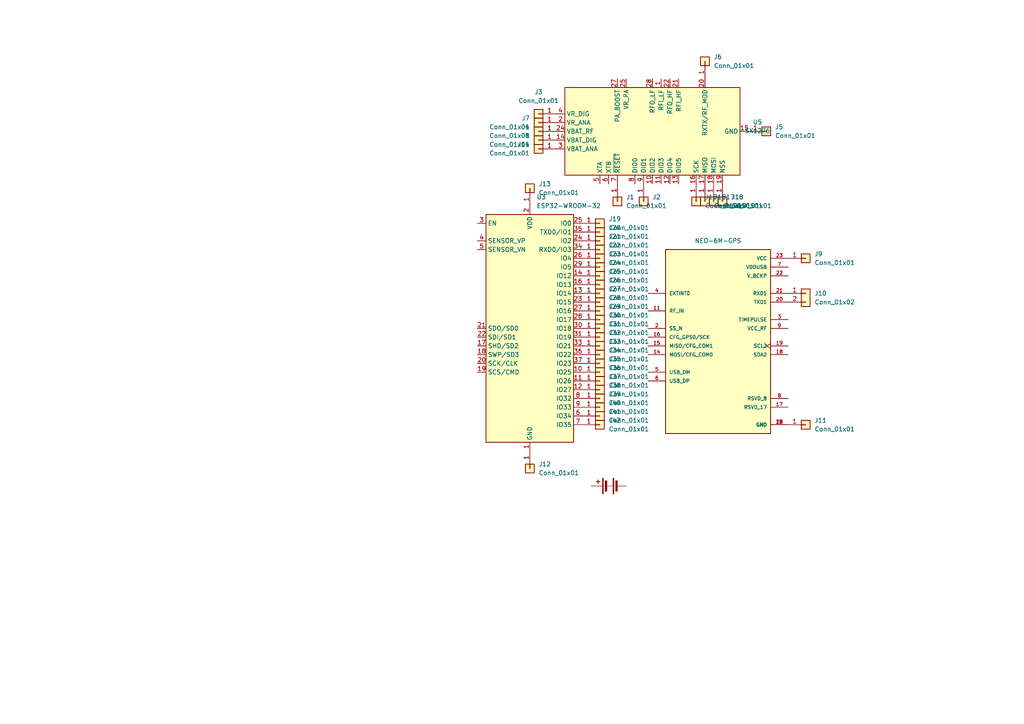
<source format=kicad_sch>
(kicad_sch (version 20230121) (generator eeschema)
  (paper "A4")
  (title_block (title "PCB de GPS"))
  (lib_symbols
    (symbol "Connector_Generic:Conn_01x01" (pin_names (offset 1.016) hide)
      (property "Reference" "J" (at 0 2.54 0))
      (property "Value" "Conn_01x01" (at 0 -2.54 0))
      (symbol "Conn_01x01_1_1"
        (rectangle (start -1.27 0.127) (end 0 -0.127) (stroke (width 0.1524)))
        (rectangle (start -1.27 1.27) (end 1.27 -1.27) (stroke (width 0.254)) (fill (type background)))
        (pin passive line (at -5.08 0 0) (length 3.81) (name "Pin_1") (number "1"))
      )
    )
    (symbol "Connector_Generic:Conn_01x02" (pin_names (offset 1.016) hide)
      (property "Reference" "J" (at 0 2.54 0))
      (property "Value" "Conn_01x02" (at 0 -5.08 0))
      (symbol "Conn_01x02_1_1"
        (rectangle (start -1.27 -2.413) (end 0 -2.667) (stroke (width 0.1524)))
        (rectangle (start -1.27 0.127) (end 0 -0.127) (stroke (width 0.1524)))
        (rectangle (start -1.27 1.27) (end 1.27 -3.81) (stroke (width 0.254)) (fill (type background)))
        (pin passive line (at -5.08 0 0) (length 3.81) (name "Pin_1") (number "1"))
        (pin passive line (at -5.08 -2.54 0) (length 3.81) (name "Pin_2") (number "2"))
      )
    )
    (symbol "Device:Battery" (pin_numbers hide) (pin_names (offset 0) hide)
      (property "Reference" "BT" (at 2.54 2.54 0))
      (property "Value" "Battery" (at 2.54 0 0))
      (symbol "Battery_0_1"
        (rectangle (start -2.286 -1.27) (end 2.286 -1.524) (fill (type outline)))
        (rectangle (start -2.286 1.778) (end 2.286 1.524) (fill (type outline)))
        (rectangle (start -1.524 -2.032) (end 1.524 -2.54) (fill (type outline)))
        (rectangle (start -1.524 1.016) (end 1.524 0.508) (fill (type outline)))
        (polyline (pts (xy 0 -1.016) (xy 0 -0.762)))
        (polyline (pts (xy 0 -0.508) (xy 0 -0.254)))
        (polyline (pts (xy 0 0) (xy 0 0.254)))
        (polyline (pts (xy 0 1.778) (xy 0 2.54)))
        (polyline (pts (xy 0.762 3.048) (xy 1.778 3.048)) (stroke (width 0.254)))
        (polyline (pts (xy 1.27 3.556) (xy 1.27 2.54)) (stroke (width 0.254)))
      )
      (symbol "Battery_1_1"
        (pin passive line (at 0 5.08 270) (length 2.54) (name "+") (number "1"))
        (pin passive line (at 0 -5.08 90) (length 2.54) (name "-") (number "2"))
      )
    )
    (symbol "NEO-6M-GPS[1]:NEO-6M-GPS" (pin_names (offset 1.016))
      (property "Reference" "U" (at -15.2439 26.0408 0))
      (property "Value" "NEO-6M-GPS" (at -15.2445 -30.4874 0))
      (symbol "NEO-6M-GPS_0_0"
        (rectangle (start -15.24 -27.94) (end 15.24 25.4) (stroke (width 0.254)) (fill (type background)))
        (pin power_in line (at 20.32 -25.4 180) (length 5.08) (name "GND") (number "10"))
        (pin input line (at -20.32 7.62 0) (length 5.08) (name "RF_IN") (number "11"))
        (pin power_in line (at 20.32 -25.4 180) (length 5.08) (name "GND") (number "12"))
        (pin power_in line (at 20.32 -25.4 180) (length 5.08) (name "GND") (number "13"))
        (pin bidirectional line (at -20.32 -5.08 0) (length 5.08) (name "MOSI/CFG_COM0") (number "14"))
        (pin input line (at -20.32 -2.54 0) (length 5.08) (name "MISO/CFG_COM1") (number "15"))
        (pin input line (at -20.32 0 0) (length 5.08) (name "CFG_GPS0/SCK") (number "16"))
        (pin passive line (at 20.32 -20.32 180) (length 5.08) (name "RSVD_17") (number "17"))
        (pin bidirectional line (at 20.32 -5.08 180) (length 5.08) (name "SDA2") (number "18"))
        (pin bidirectional clock (at 20.32 -2.54 180) (length 5.08) (name "SCL2") (number "19"))
        (pin input line (at -20.32 2.54 0) (length 5.08) (name "SS_N") (number "2"))
        (pin output line (at 20.32 10.16 180) (length 5.08) (name "TXD1") (number "20"))
        (pin input line (at 20.32 12.7 180) (length 5.08) (name "RXD1") (number "21"))
        (pin power_in line (at 20.32 17.78 180) (length 5.08) (name "V_BCKP") (number "22"))
        (pin power_in line (at 20.32 22.86 180) (length 5.08) (name "VCC") (number "23"))
        (pin power_in line (at 20.32 -25.4 180) (length 5.08) (name "GND") (number "24"))
        (pin output line (at 20.32 5.08 180) (length 5.08) (name "TIMEPULSE") (number "3"))
        (pin input line (at -20.32 12.7 0) (length 5.08) (name "EXTINT0") (number "4"))
        (pin bidirectional line (at -20.32 -10.16 0) (length 5.08) (name "USB_DM") (number "5"))
        (pin bidirectional line (at -20.32 -12.7 0) (length 5.08) (name "USB_DP") (number "6"))
        (pin power_in line (at 20.32 20.32 180) (length 5.08) (name "VDDUSB") (number "7"))
        (pin passive line (at 20.32 -17.78 180) (length 5.08) (name "RSVD_8") (number "8"))
        (pin output line (at 20.32 2.54 180) (length 5.08) (name "VCC_RF") (number "9"))
      )
    )
    (symbol "RF:SX1276"
      (property "Reference" "U" (at 13.97 24.13 0))
      (property "Value" "SX1276" (at 13.97 21.59 0))
      (symbol "SX1276_0_1"
        (rectangle (start -12.7 25.4) (end 12.7 -25.4) (stroke (width 0.254)) (fill (type background)))
      )
      (symbol "SX1276_1_1"
        (pin input line (at 15.24 -2.54 180) (length 2.54) (name "RFI_LF") (number "1"))
        (pin bidirectional line (at -15.24 0 0) (length 2.54) (name "DIO2") (number "10"))
        (pin bidirectional line (at -15.24 -2.54 0) (length 2.54) (name "DIO3") (number "11"))
        (pin bidirectional line (at -15.24 -5.08 0) (length 2.54) (name "DIO4") (number "12"))
        (pin bidirectional line (at -15.24 -7.62 0) (length 2.54) (name "DIO5") (number "13"))
        (pin power_in line (at -2.54 27.94 270) (length 2.54) (name "VBAT_DIG") (number "14"))
        (pin power_in line (at 0 -27.94 90) (length 2.54) (name "GND") (number "15"))
        (pin input line (at -15.24 -12.7 0) (length 2.54) (name "SCK") (number "16"))
        (pin output line (at -15.24 -15.24 0) (length 2.54) (name "MISO") (number "17"))
        (pin input line (at -15.24 -17.78 0) (length 2.54) (name "MOSI") (number "18"))
        (pin input line (at -15.24 -20.32 0) (length 2.54) (name "NSS") (number "19"))
        (pin power_in line (at 2.54 27.94 270) (length 2.54) (name "VR_ANA") (number "2"))
        (pin output line (at 15.24 -15.24 180) (length 2.54) (name "RXTX/RF_MOD") (number "20"))
        (pin input line (at 15.24 -7.62 180) (length 2.54) (name "RFI_HF") (number "21"))
        (pin output line (at 15.24 -5.08 180) (length 2.54) (name "RFO_HF") (number "22"))
        (pin passive line (at 0 -27.94 90) (length 2.54) hide (name "GND") (number "23"))
        (pin power_in line (at 0 27.94 270) (length 2.54) (name "VBAT_RF") (number "24"))
        (pin power_out line (at 15.24 7.62 180) (length 2.54) (name "VR_PA") (number "25"))
        (pin passive line (at 0 -27.94 90) (length 2.54) hide (name "GND") (number "26"))
        (pin power_out line (at 15.24 10.16 180) (length 2.54) (name "PA_BOOST") (number "27"))
        (pin output line (at 15.24 0 180) (length 2.54) (name "RFO_LF") (number "28"))
        (pin passive line (at 0 -27.94 90) (length 2.54) hide (name "GND") (number "29"))
        (pin power_in line (at -5.08 27.94 270) (length 2.54) (name "VBAT_ANA") (number "3"))
        (pin power_in line (at 5.08 27.94 270) (length 2.54) (name "VR_DIG") (number "4"))
        (pin bidirectional line (at -15.24 15.24 0) (length 2.54) (name "XTA") (number "5"))
        (pin bidirectional line (at -15.24 12.7 0) (length 2.54) (name "XTB") (number "6"))
        (pin input line (at -15.24 10.16 0) (length 2.54) (name "~{RESET}") (number "7"))
        (pin bidirectional line (at -15.24 5.08 0) (length 2.54) (name "DIO0") (number "8"))
        (pin bidirectional line (at -15.24 2.54 0) (length 2.54) (name "DIO1") (number "9"))
      )
    )
    (symbol "RF_Module:ESP32-WROOM-32"
      (property "Reference" "U" (at -12.7 34.29 0))
      (property "Value" "ESP32-WROOM-32" (at 1.27 34.29 0))
      (symbol "ESP32-WROOM-32_0_1"
        (rectangle (start -12.7 33.02) (end 12.7 -33.02) (stroke (width 0.254)) (fill (type background)))
      )
      (symbol "ESP32-WROOM-32_1_1"
        (pin power_in line (at 0 -35.56 90) (length 2.54) (name "GND") (number "1"))
        (pin bidirectional line (at 15.24 -12.7 180) (length 2.54) (name "IO25") (number "10"))
        (pin bidirectional line (at 15.24 -15.24 180) (length 2.54) (name "IO26") (number "11"))
        (pin bidirectional line (at 15.24 -17.78 180) (length 2.54) (name "IO27") (number "12"))
        (pin bidirectional line (at 15.24 10.16 180) (length 2.54) (name "IO14") (number "13"))
        (pin bidirectional line (at 15.24 15.24 180) (length 2.54) (name "IO12") (number "14"))
        (pin passive line (at 0 -35.56 90) (length 2.54) hide (name "GND") (number "15"))
        (pin bidirectional line (at 15.24 12.7 180) (length 2.54) (name "IO13") (number "16"))
        (pin bidirectional line (at -15.24 -5.08 0) (length 2.54) (name "SHD/SD2") (number "17"))
        (pin bidirectional line (at -15.24 -7.62 0) (length 2.54) (name "SWP/SD3") (number "18"))
        (pin bidirectional line (at -15.24 -12.7 0) (length 2.54) (name "SCS/CMD") (number "19"))
        (pin power_in line (at 0 35.56 270) (length 2.54) (name "VDD") (number "2"))
        (pin bidirectional line (at -15.24 -10.16 0) (length 2.54) (name "SCK/CLK") (number "20"))
        (pin bidirectional line (at -15.24 0 0) (length 2.54) (name "SDO/SD0") (number "21"))
        (pin bidirectional line (at -15.24 -2.54 0) (length 2.54) (name "SDI/SD1") (number "22"))
        (pin bidirectional line (at 15.24 7.62 180) (length 2.54) (name "IO15") (number "23"))
        (pin bidirectional line (at 15.24 25.4 180) (length 2.54) (name "IO2") (number "24"))
        (pin bidirectional line (at 15.24 30.48 180) (length 2.54) (name "IO0") (number "25"))
        (pin bidirectional line (at 15.24 20.32 180) (length 2.54) (name "IO4") (number "26"))
        (pin bidirectional line (at 15.24 5.08 180) (length 2.54) (name "IO16") (number "27"))
        (pin bidirectional line (at 15.24 2.54 180) (length 2.54) (name "IO17") (number "28"))
        (pin bidirectional line (at 15.24 17.78 180) (length 2.54) (name "IO5") (number "29"))
        (pin input line (at -15.24 30.48 0) (length 2.54) (name "EN") (number "3"))
        (pin bidirectional line (at 15.24 0 180) (length 2.54) (name "IO18") (number "30"))
        (pin bidirectional line (at 15.24 -2.54 180) (length 2.54) (name "IO19") (number "31"))
        (pin no_connect line (at -12.7 -27.94 0) (length 2.54) hide (name "NC") (number "32"))
        (pin bidirectional line (at 15.24 -5.08 180) (length 2.54) (name "IO21") (number "33"))
        (pin bidirectional line (at 15.24 22.86 180) (length 2.54) (name "RXD0/IO3") (number "34"))
        (pin bidirectional line (at 15.24 27.94 180) (length 2.54) (name "TXD0/IO1") (number "35"))
        (pin bidirectional line (at 15.24 -7.62 180) (length 2.54) (name "IO22") (number "36"))
        (pin bidirectional line (at 15.24 -10.16 180) (length 2.54) (name "IO23") (number "37"))
        (pin passive line (at 0 -35.56 90) (length 2.54) hide (name "GND") (number "38"))
        (pin passive line (at 0 -35.56 90) (length 2.54) hide (name "GND") (number "39"))
        (pin input line (at -15.24 25.4 0) (length 2.54) (name "SENSOR_VP") (number "4"))
        (pin input line (at -15.24 22.86 0) (length 2.54) (name "SENSOR_VN") (number "5"))
        (pin input line (at 15.24 -25.4 180) (length 2.54) (name "IO34") (number "6"))
        (pin input line (at 15.24 -27.94 180) (length 2.54) (name "IO35") (number "7"))
        (pin bidirectional line (at 15.24 -20.32 180) (length 2.54) (name "IO32") (number "8"))
        (pin bidirectional line (at 15.24 -22.86 180) (length 2.54) (name "IO33") (number "9"))
      )
    )
  )
  (symbol (lib_id "Connector_Generic:Conn_01x01") (at 173.99 74.93 0) (unit 1)
    (property "Reference" "J23" (at 176.53 73.66 0) (effects (justify left)))
    (property "Value" "Conn_01x01" (at 176.53 76.2 0) (effects (justify left)))
    (property "Footprint" "Connector_PinHeader_2.54mm:PinHeader_1x01_P2.54mm_Horizontal" (effects hide))
  )
  (symbol (lib_id "RF_Module:ESP32-WROOM-32") (at 153.67 95.25 0) (unit 1)
    (property "Reference" "U3" (at 155.6259 57.15 0) (effects (justify left)))
    (property "Value" "ESP32-WROOM-32" (at 155.6259 59.69 0) (effects (justify left)))
    (property "Footprint" "RF_Module:ESP32-WROOM-32" (effects hide))
    (property "Datasheet" "https://www.espressif.com/sites/default/files/documentation/esp32-wroom-32_datasheet_en.pdf" (effects hide))
  )
  (symbol (lib_id "Connector_Generic:Conn_01x01") (at 173.99 100.33 0) (unit 1)
    (property "Reference" "J33" (at 176.53 99.06 0) (effects (justify left)))
    (property "Value" "Conn_01x01" (at 176.53 101.6 0) (effects (justify left)))
    (property "Footprint" "Connector_PinHeader_2.54mm:PinHeader_1x01_P2.54mm_Horizontal" (effects hide))
  )
  (symbol (lib_id "Device:Battery") (at 176.53 140.97 90) (unit 1)
    (property "Reference" "BT1" (effects hide))
    (property "Value" "Battery" (effects hide))
    (property "Footprint" "Battery:BatteryHolder_Keystone_106_1x20mm" (effects hide))
  )
  (symbol (lib_id "Connector_Generic:Conn_01x01") (at 173.99 82.55 0) (unit 1)
    (property "Reference" "J26" (at 176.53 81.28 0) (effects (justify left)))
    (property "Value" "Conn_01x01" (at 176.53 83.82 0) (effects (justify left)))
    (property "Footprint" "Connector_PinHeader_2.54mm:PinHeader_1x01_P2.54mm_Horizontal" (effects hide))
  )
  (symbol (lib_id "Connector_Generic:Conn_01x01") (at 173.99 90.17 0) (unit 1)
    (property "Reference" "J29" (at 176.53 88.9 0) (effects (justify left)))
    (property "Value" "Conn_01x01" (at 176.53 91.44 0) (effects (justify left)))
    (property "Footprint" "Connector_PinHeader_2.54mm:PinHeader_1x01_P2.54mm_Horizontal" (effects hide))
  )
  (symbol (lib_id "Connector_Generic:Conn_01x01") (at 201.93 58.42 270) (unit 1)
    (property "Reference" "J15" (at 204.47 57.15 90) (effects (justify left)))
    (property "Value" "Conn_01x01" (at 204.47 59.69 90) (effects (justify left)))
    (property "Footprint" "Connector_PinHeader_2.54mm:PinHeader_1x01_P2.54mm_Horizontal" (effects hide))
  )
  (symbol (lib_id "Connector_Generic:Conn_01x01") (at 173.99 85.09 0) (unit 1)
    (property "Reference" "J27" (at 176.53 83.82 0) (effects (justify left)))
    (property "Value" "Conn_01x01" (at 176.53 86.36 0) (effects (justify left)))
    (property "Footprint" "Connector_PinHeader_2.54mm:PinHeader_1x01_P2.54mm_Horizontal" (effects hide))
  )
  (symbol (lib_id "Connector_Generic:Conn_01x01") (at 233.68 123.19 0) (unit 1)
    (property "Reference" "J11" (at 236.22 121.92 0) (effects (justify left)))
    (property "Value" "Conn_01x01" (at 236.22 124.46 0) (effects (justify left)))
    (property "Footprint" "Connector_PinHeader_2.54mm:PinHeader_1x01_P2.54mm_Horizontal" (effects hide))
  )
  (symbol (lib_id "Connector_Generic:Conn_01x01") (at 173.99 123.19 0) (unit 1)
    (property "Reference" "J42" (at 176.53 121.92 0) (effects (justify left)))
    (property "Value" "Conn_01x01" (at 176.53 124.46 0) (effects (justify left)))
    (property "Footprint" "Connector_PinHeader_2.54mm:PinHeader_1x01_P2.54mm_Horizontal" (effects hide))
  )
  (symbol (lib_id "Connector_Generic:Conn_01x01") (at 153.67 135.89 270) (unit 1)
    (property "Reference" "J12" (at 156.21 134.62 90) (effects (justify left)))
    (property "Value" "Conn_01x01" (at 156.21 137.16 90) (effects (justify left)))
    (property "Footprint" "Connector_PinHeader_2.54mm:PinHeader_1x01_P2.54mm_Horizontal" (effects hide))
  )
  (symbol (lib_id "Connector_Generic:Conn_01x01") (at 209.55 58.42 270) (unit 1)
    (property "Reference" "J18" (at 212.09 57.15 90) (effects (justify left)))
    (property "Value" "Conn_01x01" (at 212.09 59.69 90) (effects (justify left)))
    (property "Footprint" "Connector_PinHeader_2.54mm:PinHeader_1x01_P2.54mm_Horizontal" (effects hide))
  )
  (symbol (lib_id "Connector_Generic:Conn_01x01") (at 153.67 54.61 90) (unit 1)
    (property "Reference" "J13" (at 156.21 53.34 90) (effects (justify right)))
    (property "Value" "Conn_01x01" (at 156.21 55.88 90) (effects (justify right)))
    (property "Footprint" "Connector_PinHeader_2.54mm:PinHeader_1x01_P2.54mm_Horizontal" (effects hide))
  )
  (symbol (lib_id "Connector_Generic:Conn_01x01") (at 233.68 74.93 0) (unit 1)
    (property "Reference" "J9" (at 236.22 73.66 0) (effects (justify left)))
    (property "Value" "Conn_01x01" (at 236.22 76.2 0) (effects (justify left)))
    (property "Footprint" "Connector_PinHeader_2.54mm:PinHeader_1x01_P2.54mm_Horizontal" (effects hide))
  )
  (symbol (lib_id "NEO-6M-GPS[1]:NEO-6M-GPS") (at 208.28 97.79 0) (unit 1)
    (property "Reference" "U4" (effects hide))
    (property "Value" "NEO-6M-GPS" (at 208.28 69.85 0))
    (property "Footprint" "RF_GPS:ublox_NEO" (effects hide))
    (property "Datasheet" "https://content.u-blox.com/sites/default/files/products/documents/NEO-6_DataSheet_%28GPS.G6-HW-09005%29.pdf" (effects hide))
    (property "PARTREV" "R15" (effects hide))
    (property "STANDARD" "Manufacturer Recommendations" (effects hide))
    (property "MANUFACTURER" "U-Blox" (effects hide))
  )
  (symbol (lib_id "Connector_Generic:Conn_01x02") (at 233.68 85.09 0) (unit 1)
    (property "Reference" "J10" (at 236.22 85.09 0) (effects (justify left)))
    (property "Value" "Conn_01x02" (at 236.22 87.63 0) (effects (justify left)))
    (property "Footprint" "Connector_PinHeader_2.54mm:PinHeader_1x02_P2.54mm_Horizontal" (effects hide))
  )
  (symbol (lib_id "Connector_Generic:Conn_01x01") (at 156.21 40.64 0) (mirror y) (unit 1)
    (property "Reference" "J8" (at 153.67 39.37 0) (effects (justify left)))
    (property "Value" "Conn_01x01" (at 153.67 41.91 0) (effects (justify left)))
    (property "Footprint" "Connector_PinHeader_2.54mm:PinHeader_1x01_P2.54mm_Horizontal" (effects hide))
  )
  (symbol (lib_id "Connector_Generic:Conn_01x01") (at 186.69 58.42 270) (unit 1)
    (property "Reference" "J2" (at 189.23 57.15 90) (effects (justify left)))
    (property "Value" "Conn_01x01" (effects hide))
    (property "Footprint" "Connector_PinHeader_2.54mm:PinHeader_1x01_P2.54mm_Vertical" (effects hide))
  )
  (symbol (lib_id "Connector_Generic:Conn_01x01") (at 173.99 110.49 0) (unit 1)
    (property "Reference" "J37" (at 176.53 109.22 0) (effects (justify left)))
    (property "Value" "Conn_01x01" (at 176.53 111.76 0) (effects (justify left)))
    (property "Footprint" "Connector_PinHeader_2.54mm:PinHeader_1x01_P2.54mm_Horizontal" (effects hide))
  )
  (symbol (lib_id "Connector_Generic:Conn_01x01") (at 156.21 38.1 0) (mirror y) (unit 1)
    (property "Reference" "J4" (at 153.67 36.83 0) (effects (justify left)))
    (property "Value" "Conn_01x01" (at 153.67 39.37 0) (effects (justify left)))
    (property "Footprint" "Connector_PinHeader_2.54mm:PinHeader_1x01_P2.54mm_Horizontal" (effects hide))
  )
  (symbol (lib_id "Connector_Generic:Conn_01x01") (at 156.21 33.02 180) (unit 1)
    (property "Reference" "J3" (at 156.21 26.67 0))
    (property "Value" "Conn_01x01" (at 156.21 29.21 0))
    (property "Footprint" "Connector_PinHeader_2.54mm:PinHeader_1x01_P2.54mm_Horizontal" (effects hide))
  )
  (symbol (lib_id "Connector_Generic:Conn_01x01") (at 173.99 107.95 0) (unit 1)
    (property "Reference" "J36" (at 176.53 106.68 0) (effects (justify left)))
    (property "Value" "Conn_01x01" (at 176.53 109.22 0) (effects (justify left)))
    (property "Footprint" "Connector_PinHeader_2.54mm:PinHeader_1x01_P2.54mm_Horizontal" (effects hide))
  )
  (symbol (lib_id "Connector_Generic:Conn_01x01") (at 173.99 102.87 0) (unit 1)
    (property "Reference" "J34" (at 176.53 101.6 0) (effects (justify left)))
    (property "Value" "Conn_01x01" (at 176.53 104.14 0) (effects (justify left)))
    (property "Footprint" "Connector_PinHeader_2.54mm:PinHeader_1x01_P2.54mm_Horizontal" (effects hide))
  )
  (symbol (lib_id "Connector_Generic:Conn_01x01") (at 222.25 38.1 0) (unit 1)
    (property "Reference" "J5" (at 224.79 36.83 0) (effects (justify left)))
    (property "Value" "Conn_01x01" (at 224.79 39.37 0) (effects (justify left)))
    (property "Footprint" "Connector_PinHeader_2.54mm:PinHeader_1x01_P2.54mm_Horizontal" (effects hide))
  )
  (symbol (lib_id "Connector_Generic:Conn_01x01") (at 207.01 58.42 270) (unit 1)
    (property "Reference" "J17" (at 209.55 57.15 90) (effects (justify left)))
    (property "Value" "Conn_01x01" (at 209.55 59.69 90) (effects (justify left)))
    (property "Footprint" "Connector_PinHeader_2.54mm:PinHeader_1x01_P2.54mm_Horizontal" (effects hide))
  )
  (symbol (lib_id "Connector_Generic:Conn_01x01") (at 173.99 87.63 0) (unit 1)
    (property "Reference" "J28" (at 176.53 86.36 0) (effects (justify left)))
    (property "Value" "Conn_01x01" (at 176.53 88.9 0) (effects (justify left)))
    (property "Footprint" "Connector_PinHeader_2.54mm:PinHeader_1x01_P2.54mm_Horizontal" (effects hide))
  )
  (symbol (lib_id "Connector_Generic:Conn_01x01") (at 173.99 97.79 0) (unit 1)
    (property "Reference" "J32" (at 176.53 96.52 0) (effects (justify left)))
    (property "Value" "Conn_01x01" (at 176.53 99.06 0) (effects (justify left)))
    (property "Footprint" "Connector_PinHeader_2.54mm:PinHeader_1x01_P2.54mm_Horizontal" (effects hide))
  )
  (symbol (lib_id "Connector_Generic:Conn_01x01") (at 173.99 115.57 0) (unit 1)
    (property "Reference" "J39" (at 176.53 114.3 0) (effects (justify left)))
    (property "Value" "Conn_01x01" (at 176.53 116.84 0) (effects (justify left)))
    (property "Footprint" "Connector_PinHeader_2.54mm:PinHeader_1x01_P2.54mm_Horizontal" (effects hide))
  )
  (symbol (lib_id "Connector_Generic:Conn_01x01") (at 156.21 35.56 0) (mirror y) (unit 1)
    (property "Reference" "J7" (at 153.67 34.29 0) (effects (justify left)))
    (property "Value" "Conn_01x01" (at 153.67 36.83 0) (effects (justify left)))
    (property "Footprint" "Connector_PinHeader_2.54mm:PinHeader_1x01_P2.54mm_Horizontal" (effects hide))
  )
  (symbol (lib_id "Connector_Generic:Conn_01x01") (at 173.99 67.31 0) (unit 1)
    (property "Reference" "J20" (at 176.53 66.04 0) (effects (justify left)))
    (property "Value" "Conn_01x01" (at 176.53 68.58 0) (effects (justify left)))
    (property "Footprint" "Connector_PinHeader_2.54mm:PinHeader_1x01_P2.54mm_Horizontal" (effects hide))
  )
  (symbol (lib_id "Connector_Generic:Conn_01x01") (at 173.99 120.65 0) (unit 1)
    (property "Reference" "J41" (at 176.53 119.38 0) (effects (justify left)))
    (property "Value" "Conn_01x01" (at 176.53 121.92 0) (effects (justify left)))
    (property "Footprint" "Connector_PinHeader_2.54mm:PinHeader_1x01_P2.54mm_Horizontal" (effects hide))
  )
  (symbol (lib_id "Connector_Generic:Conn_01x01") (at 173.99 92.71 0) (unit 1)
    (property "Reference" "J30" (at 176.53 91.44 0) (effects (justify left)))
    (property "Value" "Conn_01x01" (at 176.53 93.98 0) (effects (justify left)))
    (property "Footprint" "Connector_PinHeader_2.54mm:PinHeader_1x01_P2.54mm_Horizontal" (effects hide))
  )
  (symbol (lib_id "Connector_Generic:Conn_01x01") (at 173.99 95.25 0) (unit 1)
    (property "Reference" "J31" (at 176.53 93.98 0) (effects (justify left)))
    (property "Value" "Conn_01x01" (at 176.53 96.52 0) (effects (justify left)))
    (property "Footprint" "Connector_PinHeader_2.54mm:PinHeader_1x01_P2.54mm_Horizontal" (effects hide))
  )
  (symbol (lib_id "Connector_Generic:Conn_01x01") (at 204.47 17.78 90) (unit 1)
    (property "Reference" "J6" (at 207.01 16.51 90) (effects (justify right)))
    (property "Value" "Conn_01x01" (at 207.01 19.05 90) (effects (justify right)))
    (property "Footprint" "Connector_PinHeader_2.54mm:PinHeader_1x01_P2.54mm_Horizontal" (effects hide))
  )
  (symbol (lib_id "Connector_Generic:Conn_01x01") (at 173.99 105.41 0) (unit 1)
    (property "Reference" "J35" (at 176.53 104.14 0) (effects (justify left)))
    (property "Value" "Conn_01x01" (at 176.53 106.68 0) (effects (justify left)))
    (property "Footprint" "Connector_PinHeader_2.54mm:PinHeader_1x01_P2.54mm_Horizontal" (effects hide))
  )
  (symbol (lib_id "Connector_Generic:Conn_01x01") (at 173.99 118.11 0) (unit 1)
    (property "Reference" "J40" (at 176.53 116.84 0) (effects (justify left)))
    (property "Value" "Conn_01x01" (at 176.53 119.38 0) (effects (justify left)))
    (property "Footprint" "Connector_PinHeader_2.54mm:PinHeader_1x01_P2.54mm_Horizontal" (effects hide))
  )
  (symbol (lib_id "RF:SX1276") (at 189.23 38.1 90) (unit 1)
    (property "Reference" "U5" (at 219.71 35.4077 90))
    (property "Value" "SX1276" (at 219.71 37.9477 90))
    (property "Footprint" "Package_DFN_QFN:QFN-28-1EP_6x6mm_P0.65mm_EP4.8x4.8mm" (effects hide))
    (property "Datasheet" "https://semtech.my.salesforce.com/sfc/p/#E0000000JelG/a/2R0000001Rbr/6EfVZUorrpoKFfvaF_Fkpgp5kzjiNyiAbqcpqh9qSjE" (effects hide))
  )
  (symbol (lib_id "Connector_Generic:Conn_01x01") (at 173.99 80.01 0) (unit 1)
    (property "Reference" "J25" (at 176.53 78.74 0) (effects (justify left)))
    (property "Value" "Conn_01x01" (at 176.53 81.28 0) (effects (justify left)))
    (property "Footprint" "Connector_PinHeader_2.54mm:PinHeader_1x01_P2.54mm_Horizontal" (effects hide))
  )
  (symbol (lib_id "Connector_Generic:Conn_01x01") (at 173.99 113.03 0) (unit 1)
    (property "Reference" "J38" (at 176.53 111.76 0) (effects (justify left)))
    (property "Value" "Conn_01x01" (at 176.53 114.3 0) (effects (justify left)))
    (property "Footprint" "Connector_PinHeader_2.54mm:PinHeader_1x01_P2.54mm_Horizontal" (effects hide))
  )
  (symbol (lib_id "Connector_Generic:Conn_01x01") (at 173.99 72.39 0) (unit 1)
    (property "Reference" "J22" (at 176.53 71.12 0) (effects (justify left)))
    (property "Value" "Conn_01x01" (at 176.53 73.66 0) (effects (justify left)))
    (property "Footprint" "Connector_PinHeader_2.54mm:PinHeader_1x01_P2.54mm_Horizontal" (effects hide))
  )
  (symbol (lib_id "Connector_Generic:Conn_01x01") (at 179.07 58.42 270) (unit 1)
    (property "Reference" "J1" (at 181.61 57.15 90) (effects (justify left)))
    (property "Value" "Conn_01x01" (at 181.61 59.69 90) (effects (justify left)))
    (property "Footprint" "Connector_PinHeader_2.54mm:PinHeader_1x01_P2.54mm_Vertical" (effects hide))
  )
  (symbol (lib_id "Connector_Generic:Conn_01x01") (at 204.47 58.42 270) (unit 1)
    (property "Reference" "J16" (at 207.01 57.15 90) (effects (justify left)))
    (property "Value" "Conn_01x01" (at 207.01 59.69 90) (effects (justify left)))
    (property "Footprint" "Connector_PinHeader_2.54mm:PinHeader_1x01_P2.54mm_Horizontal" (effects hide))
  )
  (symbol (lib_id "Connector_Generic:Conn_01x01") (at 173.99 69.85 0) (unit 1)
    (property "Reference" "J21" (at 176.53 68.58 0) (effects (justify left)))
    (property "Value" "Conn_01x01" (at 176.53 71.12 0) (effects (justify left)))
    (property "Footprint" "Connector_PinHeader_2.54mm:PinHeader_1x01_P2.54mm_Horizontal" (effects hide))
  )
  (symbol (lib_id "Connector_Generic:Conn_01x01") (at 156.21 43.18 0) (mirror y) (unit 1)
    (property "Reference" "J14" (at 153.67 41.91 0) (effects (justify left)))
    (property "Value" "Conn_01x01" (at 153.67 44.45 0) (effects (justify left)))
    (property "Footprint" "Connector_PinHeader_2.54mm:PinHeader_1x01_P2.54mm_Horizontal" (effects hide))
  )
  (symbol (lib_id "Connector_Generic:Conn_01x01") (at 173.99 77.47 0) (unit 1)
    (property "Reference" "J24" (at 176.53 76.2 0) (effects (justify left)))
    (property "Value" "Conn_01x01" (at 176.53 78.74 0) (effects (justify left)))
    (property "Footprint" "Connector_PinHeader_2.54mm:PinHeader_1x01_P2.54mm_Horizontal" (effects hide))
  )
  (symbol (lib_id "Connector_Generic:Conn_01x01") (at 173.99 64.77 0) (unit 1)
    (property "Reference" "J19" (at 176.53 63.5 0) (effects (justify left)))
    (property "Value" "Conn_01x01" (at 176.53 66.04 0) (effects (justify left)))
    (property "Footprint" "Connector_PinHeader_2.54mm:PinHeader_1x01_P2.54mm_Horizontal" (effects hide))
  )
)
</source>
